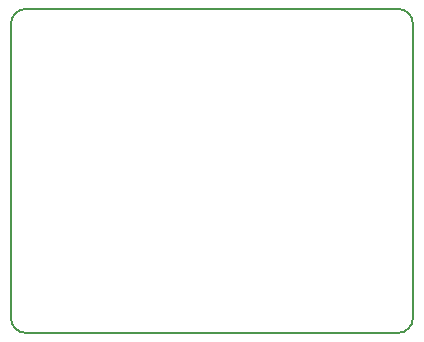
<source format=gm1>
G04 #@! TF.FileFunction,Profile,NP*
%FSLAX46Y46*%
G04 Gerber Fmt 4.6, Leading zero omitted, Abs format (unit mm)*
G04 Created by KiCad (PCBNEW 4.0.7) date Thursday, February 01, 2018 'PMt' 05:23:04 PM*
%MOMM*%
%LPD*%
G01*
G04 APERTURE LIST*
%ADD10C,0.100000*%
%ADD11C,0.150000*%
G04 APERTURE END LIST*
D10*
D11*
X101600000Y-117856000D02*
G75*
G03X102870000Y-119126000I1270000J0D01*
G01*
X134366000Y-119126000D02*
G75*
G03X135636000Y-117856000I0J1270000D01*
G01*
X135636000Y-92964000D02*
G75*
G03X134366000Y-91694000I-1270000J0D01*
G01*
X102870000Y-91694000D02*
G75*
G03X101600000Y-92964000I0J-1270000D01*
G01*
X101600000Y-117856000D02*
X101600000Y-92964000D01*
X134366000Y-119126000D02*
X102870000Y-119126000D01*
X135636000Y-92964000D02*
X135636000Y-117856000D01*
X102870000Y-91694000D02*
X134366000Y-91694000D01*
M02*

</source>
